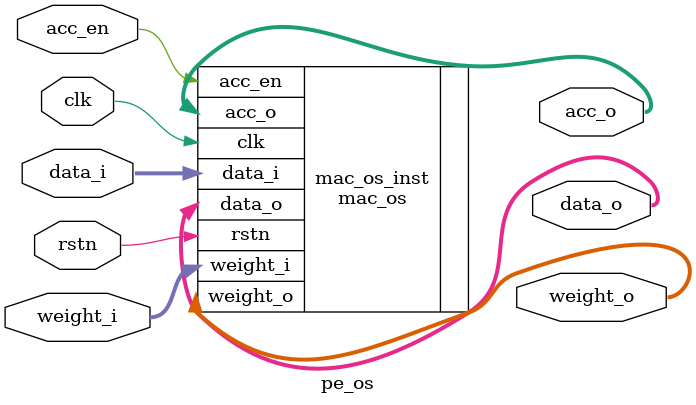
<source format=sv>
/* PROCESS ELEMENT 
 * Parameters:
 * DATA_WIDTH - length of an n x n matrix
 * ACC_WIDTH  - accumulator size, depends on matrix size and how many iterations
 *		  	  - general rule should be n * datawidth * 2	
 * Author: Loana Vo
 */
module pe_os #(
	parameter DATA_WIDTH = 16,
	parameter ACC_WIDTH = 64
	) (    
	input logic clk,
    input logic rstn,
	// enable
	input logic acc_en,
	// data a and b inputs
    input logic signed  [DATA_WIDTH - 1:0] data_i,
	input logic signed  [DATA_WIDTH - 1:0] weight_i,
	// data a and b outputs
	output logic signed [DATA_WIDTH - 1:0] data_o,
	output logic signed [DATA_WIDTH - 1:0] weight_o,
	// output accumulator
	output logic signed [ACC_WIDTH  - 1:0] acc_o
    );
	
	mac_os #(
        .DATA_WIDTH(DATA_WIDTH),
        .ACC_WIDTH(ACC_WIDTH)
    ) mac_os_inst (
		.clk(clk),
		.rstn(rstn),
		.acc_en(acc_en),
		.data_i(data_i),
		.weight_i(weight_i),
		.data_o(data_o),
		.weight_o(weight_o),
		.acc_o(acc_o)
	);

endmodule

</source>
